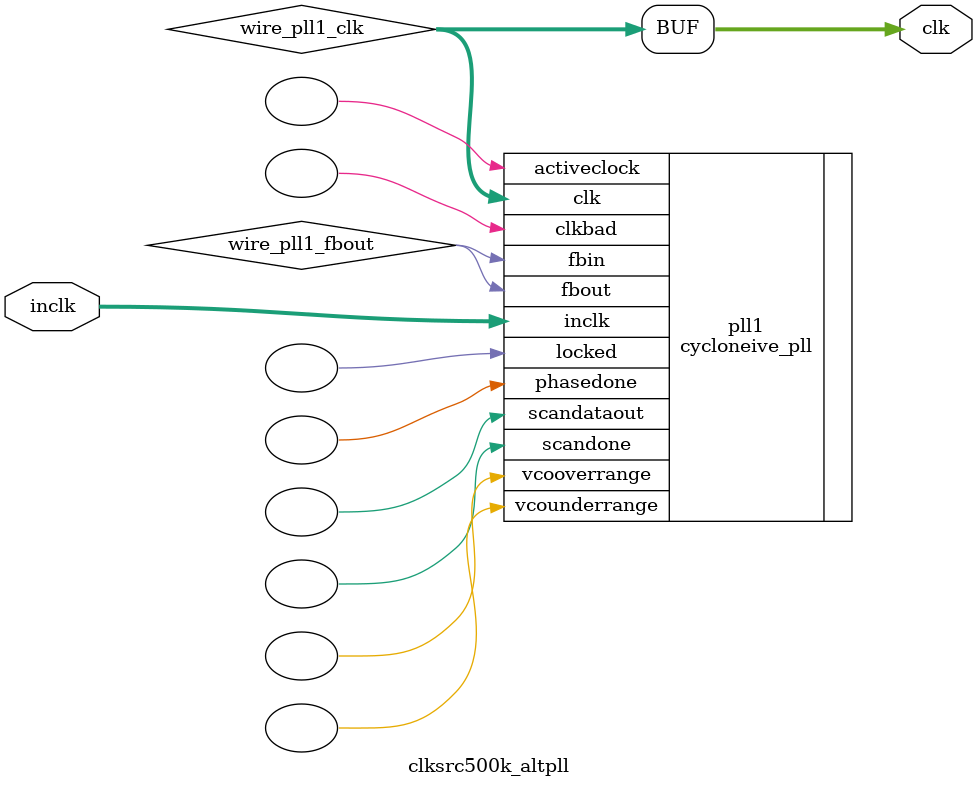
<source format=v>






//synthesis_resources = cycloneive_pll 1 
//synopsys translate_off
`timescale 1 ps / 1 ps
//synopsys translate_on
module  clksrc500k_altpll
	( 
	clk,
	inclk) /* synthesis synthesis_clearbox=1 */;
	output   [4:0]  clk;
	input   [1:0]  inclk;
`ifndef ALTERA_RESERVED_QIS
// synopsys translate_off
`endif
	tri0   [1:0]  inclk;
`ifndef ALTERA_RESERVED_QIS
// synopsys translate_on
`endif

	wire  [4:0]   wire_pll1_clk;
	wire  wire_pll1_fbout;

	cycloneive_pll   pll1
	( 
	.activeclock(),
	.clk(wire_pll1_clk),
	.clkbad(),
	.fbin(wire_pll1_fbout),
	.fbout(wire_pll1_fbout),
	.inclk(inclk),
	.locked(),
	.phasedone(),
	.scandataout(),
	.scandone(),
	.vcooverrange(),
	.vcounderrange()
	`ifndef FORMAL_VERIFICATION
	// synopsys translate_off
	`endif
	,
	.areset(1'b0),
	.clkswitch(1'b0),
	.configupdate(1'b0),
	.pfdena(1'b1),
	.phasecounterselect({3{1'b0}}),
	.phasestep(1'b0),
	.phaseupdown(1'b0),
	.scanclk(1'b0),
	.scanclkena(1'b1),
	.scandata(1'b0)
	`ifndef FORMAL_VERIFICATION
	// synopsys translate_on
	`endif
	);
	defparam
		pll1.bandwidth_type = "auto",
		pll1.clk0_divide_by = 100,
		pll1.clk0_duty_cycle = 50,
		pll1.clk0_multiply_by = 1,
		pll1.clk0_phase_shift = "0",
		pll1.compensate_clock = "clk0",
		pll1.inclk0_input_frequency = 20000,
		pll1.operation_mode = "normal",
		pll1.pll_type = "auto",
		pll1.lpm_type = "cycloneive_pll";
	assign
		clk = {wire_pll1_clk[4:0]};
endmodule //clksrc500k_altpll
//VALID FILE

</source>
